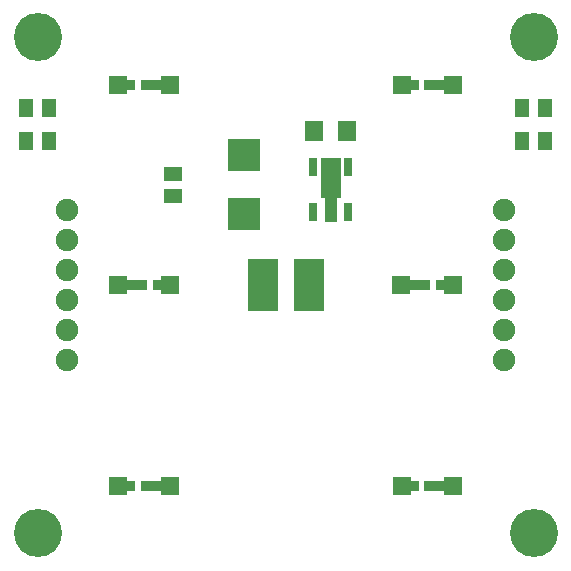
<source format=gts>
G04 (created by PCBNEW-RS274X (2012-jan-04)-stable) date Thu 25 Oct 2012 07:38:54 PM CEST*
G01*
G70*
G90*
%MOIN*%
G04 Gerber Fmt 3.4, Leading zero omitted, Abs format*
%FSLAX34Y34*%
G04 APERTURE LIST*
%ADD10C,0.006000*%
%ADD11C,0.075000*%
%ADD12R,0.027600X0.063000*%
%ADD13R,0.039400X0.086600*%
%ADD14R,0.070900X0.133900*%
%ADD15R,0.098400X0.177200*%
%ADD16C,0.160000*%
%ADD17R,0.059000X0.051100*%
%ADD18R,0.063000X0.061000*%
%ADD19R,0.025600X0.033900*%
%ADD20R,0.066900X0.033900*%
%ADD21R,0.108300X0.108300*%
%ADD22R,0.051100X0.059000*%
%ADD23R,0.062900X0.070800*%
G04 APERTURE END LIST*
G54D10*
G54D11*
X41535Y-47744D03*
X41535Y-46744D03*
X41535Y-48744D03*
X41535Y-49744D03*
X41535Y-45744D03*
X41535Y-44744D03*
X26969Y-46744D03*
X26969Y-47744D03*
X26969Y-45744D03*
X26969Y-44744D03*
X26969Y-48744D03*
X26969Y-49744D03*
G54D12*
X35157Y-44804D03*
G54D13*
X35748Y-44686D03*
G54D12*
X36339Y-44804D03*
X36339Y-43308D03*
X35157Y-43308D03*
G54D14*
X35748Y-43662D03*
G54D15*
X33485Y-47244D03*
X35019Y-47244D03*
G54D16*
X25984Y-55512D03*
X42520Y-55512D03*
X42520Y-38976D03*
X25984Y-38976D03*
G54D17*
X30512Y-44272D03*
X30512Y-43524D03*
G54D18*
X28657Y-47244D03*
X30390Y-47244D03*
G54D19*
X29953Y-47244D03*
G54D20*
X29292Y-47244D03*
G54D18*
X38105Y-47244D03*
X39838Y-47244D03*
G54D19*
X39401Y-47244D03*
G54D20*
X38740Y-47244D03*
G54D18*
X30399Y-53937D03*
X28666Y-53937D03*
G54D19*
X29103Y-53937D03*
G54D20*
X29764Y-53937D03*
G54D18*
X39847Y-53937D03*
X38114Y-53937D03*
G54D19*
X38551Y-53937D03*
G54D20*
X39212Y-53937D03*
G54D18*
X39847Y-40551D03*
X38114Y-40551D03*
G54D19*
X38551Y-40551D03*
G54D20*
X39212Y-40551D03*
G54D18*
X30399Y-40551D03*
X28666Y-40551D03*
G54D19*
X29103Y-40551D03*
G54D20*
X29764Y-40551D03*
G54D21*
X32874Y-44882D03*
X32874Y-42914D03*
G54D22*
X25610Y-41339D03*
X26358Y-41339D03*
X25610Y-42421D03*
X26358Y-42421D03*
X42146Y-41339D03*
X42894Y-41339D03*
X42146Y-42421D03*
X42894Y-42421D03*
G54D23*
X35197Y-42087D03*
X36299Y-42087D03*
M02*

</source>
